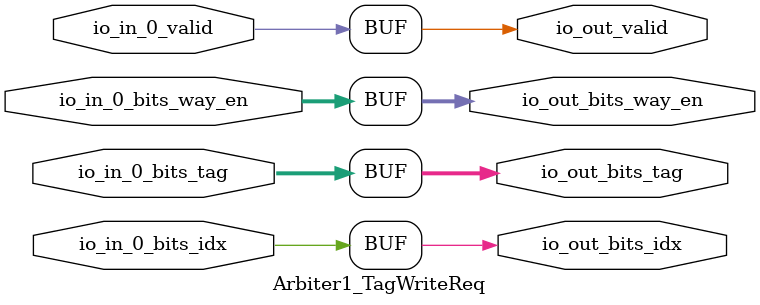
<source format=sv>
`ifndef RANDOMIZE
  `ifdef RANDOMIZE_MEM_INIT
    `define RANDOMIZE
  `endif // RANDOMIZE_MEM_INIT
`endif // not def RANDOMIZE
`ifndef RANDOMIZE
  `ifdef RANDOMIZE_REG_INIT
    `define RANDOMIZE
  `endif // RANDOMIZE_REG_INIT
`endif // not def RANDOMIZE

`ifndef RANDOM
  `define RANDOM $random
`endif // not def RANDOM

// Users can define INIT_RANDOM as general code that gets injected into the
// initializer block for modules with registers.
`ifndef INIT_RANDOM
  `define INIT_RANDOM
`endif // not def INIT_RANDOM

// If using random initialization, you can also define RANDOMIZE_DELAY to
// customize the delay used, otherwise 0.002 is used.
`ifndef RANDOMIZE_DELAY
  `define RANDOMIZE_DELAY 0.002
`endif // not def RANDOMIZE_DELAY

// Define INIT_RANDOM_PROLOG_ for use in our modules below.
`ifndef INIT_RANDOM_PROLOG_
  `ifdef RANDOMIZE
    `ifdef VERILATOR
      `define INIT_RANDOM_PROLOG_ `INIT_RANDOM
    `else  // VERILATOR
      `define INIT_RANDOM_PROLOG_ `INIT_RANDOM #`RANDOMIZE_DELAY begin end
    `endif // VERILATOR
  `else  // RANDOMIZE
    `define INIT_RANDOM_PROLOG_
  `endif // RANDOMIZE
`endif // not def INIT_RANDOM_PROLOG_

// Include register initializers in init blocks unless synthesis is set
`ifndef SYNTHESIS
  `ifndef ENABLE_INITIAL_REG_
    `define ENABLE_INITIAL_REG_
  `endif // not def ENABLE_INITIAL_REG_
`endif // not def SYNTHESIS

// Include rmemory initializers in init blocks unless synthesis is set
`ifndef SYNTHESIS
  `ifndef ENABLE_INITIAL_MEM_
    `define ENABLE_INITIAL_MEM_
  `endif // not def ENABLE_INITIAL_MEM_
`endif // not def SYNTHESIS

module Arbiter1_TagWriteReq(
  input         io_in_0_valid,
  input         io_in_0_bits_idx,
  input  [3:0]  io_in_0_bits_way_en,
  input  [40:0] io_in_0_bits_tag,
  output        io_out_valid,
  output        io_out_bits_idx,
  output [3:0]  io_out_bits_way_en,
  output [40:0] io_out_bits_tag
);

  assign io_out_valid = io_in_0_valid;
  assign io_out_bits_idx = io_in_0_bits_idx;
  assign io_out_bits_way_en = io_in_0_bits_way_en;
  assign io_out_bits_tag = io_in_0_bits_tag;
endmodule


</source>
